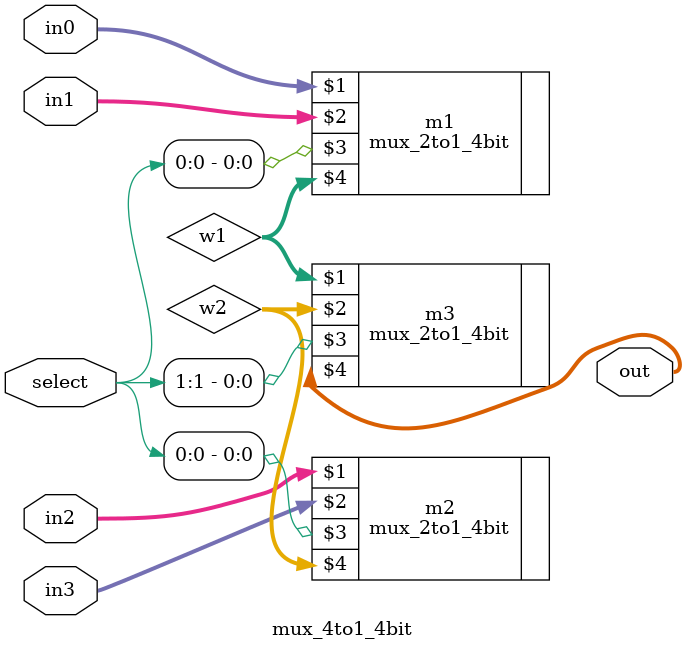
<source format=v>
`include "mux_2to1_4bit.v"
module mux_4to1_4bit(input [3:0]in0,input [3:0]in1,input [3:0]in2,input [3:0]in3,input [1:0] select,output[3:0] out);
//Write your code here

wire [3:0]w1;
wire [3:0]w2;

mux_2to1_4bit m1(in0, in1, select[0], w1);
mux_2to1_4bit m2(in2, in3, select[0], w2);

mux_2to1_4bit m3(w1, w2, select[1], out);

//End of your code
endmodule
</source>
